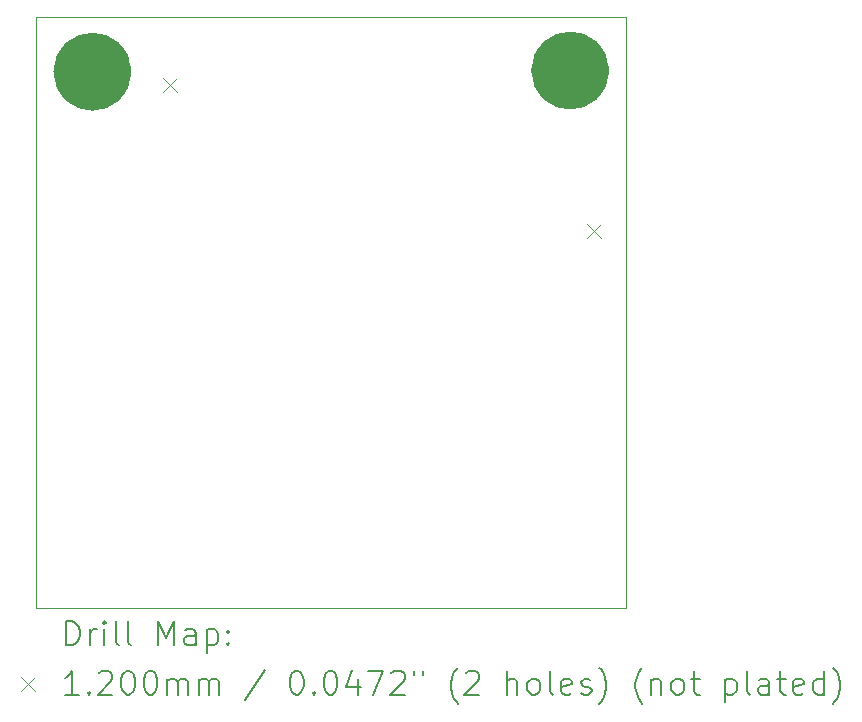
<source format=gbr>
%TF.GenerationSoftware,KiCad,Pcbnew,8.0.4-8.0.4-0~ubuntu24.04.1*%
%TF.CreationDate,2024-07-22T10:29:46+03:00*%
%TF.ProjectId,stripe_board,73747269-7065-45f6-926f-6172642e6b69,rev?*%
%TF.SameCoordinates,Original*%
%TF.FileFunction,Drillmap*%
%TF.FilePolarity,Positive*%
%FSLAX45Y45*%
G04 Gerber Fmt 4.5, Leading zero omitted, Abs format (unit mm)*
G04 Created by KiCad (PCBNEW 8.0.4-8.0.4-0~ubuntu24.04.1) date 2024-07-22 10:29:46*
%MOMM*%
%LPD*%
G01*
G04 APERTURE LIST*
%ADD10C,3.301562*%
%ADD11C,0.050000*%
%ADD12C,0.200000*%
%ADD13C,0.120000*%
G04 APERTURE END LIST*
D10*
X185078Y20000D02*
G75*
G02*
X-145078Y20000I-165078J0D01*
G01*
X-145078Y20000D02*
G75*
G02*
X185078Y20000I165078J0D01*
G01*
X4229980Y29967D02*
G75*
G02*
X3899823Y29967I-165078J0D01*
G01*
X3899823Y29967D02*
G75*
G02*
X4229980Y29967I165078J0D01*
G01*
D11*
X-460098Y479967D02*
X4539902Y479967D01*
X4539902Y-4520033D01*
X-460098Y-4520033D01*
X-460098Y479967D01*
D12*
D13*
X619902Y-35033D02*
X739901Y-155033D01*
X739901Y-35033D02*
X619902Y-155033D01*
X4204902Y-1270033D02*
X4324902Y-1390033D01*
X4324902Y-1270033D02*
X4204902Y-1390033D01*
D12*
X-201822Y-4834017D02*
X-201822Y-4634017D01*
X-201822Y-4634017D02*
X-154203Y-4634017D01*
X-154203Y-4634017D02*
X-125631Y-4643541D01*
X-125631Y-4643541D02*
X-106583Y-4662588D01*
X-106583Y-4662588D02*
X-97060Y-4681636D01*
X-97060Y-4681636D02*
X-87536Y-4719731D01*
X-87536Y-4719731D02*
X-87536Y-4748303D01*
X-87536Y-4748303D02*
X-97060Y-4786398D01*
X-97060Y-4786398D02*
X-106583Y-4805445D01*
X-106583Y-4805445D02*
X-125631Y-4824493D01*
X-125631Y-4824493D02*
X-154203Y-4834017D01*
X-154203Y-4834017D02*
X-201822Y-4834017D01*
X-1822Y-4834017D02*
X-1822Y-4700683D01*
X-1822Y-4738779D02*
X7702Y-4719731D01*
X7702Y-4719731D02*
X17226Y-4710207D01*
X17226Y-4710207D02*
X36274Y-4700683D01*
X36274Y-4700683D02*
X55321Y-4700683D01*
X121988Y-4834017D02*
X121988Y-4700683D01*
X121988Y-4634017D02*
X112464Y-4643541D01*
X112464Y-4643541D02*
X121988Y-4653064D01*
X121988Y-4653064D02*
X131512Y-4643541D01*
X131512Y-4643541D02*
X121988Y-4634017D01*
X121988Y-4634017D02*
X121988Y-4653064D01*
X245797Y-4834017D02*
X226750Y-4824493D01*
X226750Y-4824493D02*
X217226Y-4805445D01*
X217226Y-4805445D02*
X217226Y-4634017D01*
X350559Y-4834017D02*
X331512Y-4824493D01*
X331512Y-4824493D02*
X321988Y-4805445D01*
X321988Y-4805445D02*
X321988Y-4634017D01*
X579131Y-4834017D02*
X579131Y-4634017D01*
X579131Y-4634017D02*
X645797Y-4776874D01*
X645797Y-4776874D02*
X712464Y-4634017D01*
X712464Y-4634017D02*
X712464Y-4834017D01*
X893416Y-4834017D02*
X893416Y-4729255D01*
X893416Y-4729255D02*
X883893Y-4710207D01*
X883893Y-4710207D02*
X864845Y-4700683D01*
X864845Y-4700683D02*
X826750Y-4700683D01*
X826750Y-4700683D02*
X807702Y-4710207D01*
X893416Y-4824493D02*
X874369Y-4834017D01*
X874369Y-4834017D02*
X826750Y-4834017D01*
X826750Y-4834017D02*
X807702Y-4824493D01*
X807702Y-4824493D02*
X798178Y-4805445D01*
X798178Y-4805445D02*
X798178Y-4786398D01*
X798178Y-4786398D02*
X807702Y-4767350D01*
X807702Y-4767350D02*
X826750Y-4757826D01*
X826750Y-4757826D02*
X874369Y-4757826D01*
X874369Y-4757826D02*
X893416Y-4748303D01*
X988654Y-4700683D02*
X988654Y-4900683D01*
X988654Y-4710207D02*
X1007702Y-4700683D01*
X1007702Y-4700683D02*
X1045797Y-4700683D01*
X1045797Y-4700683D02*
X1064845Y-4710207D01*
X1064845Y-4710207D02*
X1074369Y-4719731D01*
X1074369Y-4719731D02*
X1083893Y-4738779D01*
X1083893Y-4738779D02*
X1083893Y-4795922D01*
X1083893Y-4795922D02*
X1074369Y-4814969D01*
X1074369Y-4814969D02*
X1064845Y-4824493D01*
X1064845Y-4824493D02*
X1045797Y-4834017D01*
X1045797Y-4834017D02*
X1007702Y-4834017D01*
X1007702Y-4834017D02*
X988654Y-4824493D01*
X1169607Y-4814969D02*
X1179131Y-4824493D01*
X1179131Y-4824493D02*
X1169607Y-4834017D01*
X1169607Y-4834017D02*
X1160083Y-4824493D01*
X1160083Y-4824493D02*
X1169607Y-4814969D01*
X1169607Y-4814969D02*
X1169607Y-4834017D01*
X1169607Y-4710207D02*
X1179131Y-4719731D01*
X1179131Y-4719731D02*
X1169607Y-4729255D01*
X1169607Y-4729255D02*
X1160083Y-4719731D01*
X1160083Y-4719731D02*
X1169607Y-4710207D01*
X1169607Y-4710207D02*
X1169607Y-4729255D01*
D13*
X-582599Y-5102533D02*
X-462598Y-5222533D01*
X-462598Y-5102533D02*
X-582599Y-5222533D01*
D12*
X-97060Y-5254017D02*
X-211345Y-5254017D01*
X-154203Y-5254017D02*
X-154203Y-5054017D01*
X-154203Y-5054017D02*
X-173250Y-5082588D01*
X-173250Y-5082588D02*
X-192298Y-5101636D01*
X-192298Y-5101636D02*
X-211345Y-5111160D01*
X-11345Y-5234969D02*
X-1822Y-5244493D01*
X-1822Y-5244493D02*
X-11345Y-5254017D01*
X-11345Y-5254017D02*
X-20869Y-5244493D01*
X-20869Y-5244493D02*
X-11345Y-5234969D01*
X-11345Y-5234969D02*
X-11345Y-5254017D01*
X74369Y-5073064D02*
X83893Y-5063541D01*
X83893Y-5063541D02*
X102940Y-5054017D01*
X102940Y-5054017D02*
X150559Y-5054017D01*
X150559Y-5054017D02*
X169607Y-5063541D01*
X169607Y-5063541D02*
X179131Y-5073064D01*
X179131Y-5073064D02*
X188654Y-5092112D01*
X188654Y-5092112D02*
X188654Y-5111160D01*
X188654Y-5111160D02*
X179131Y-5139731D01*
X179131Y-5139731D02*
X64845Y-5254017D01*
X64845Y-5254017D02*
X188654Y-5254017D01*
X312464Y-5054017D02*
X331512Y-5054017D01*
X331512Y-5054017D02*
X350559Y-5063541D01*
X350559Y-5063541D02*
X360083Y-5073064D01*
X360083Y-5073064D02*
X369607Y-5092112D01*
X369607Y-5092112D02*
X379131Y-5130207D01*
X379131Y-5130207D02*
X379131Y-5177826D01*
X379131Y-5177826D02*
X369607Y-5215922D01*
X369607Y-5215922D02*
X360083Y-5234969D01*
X360083Y-5234969D02*
X350559Y-5244493D01*
X350559Y-5244493D02*
X331512Y-5254017D01*
X331512Y-5254017D02*
X312464Y-5254017D01*
X312464Y-5254017D02*
X293416Y-5244493D01*
X293416Y-5244493D02*
X283893Y-5234969D01*
X283893Y-5234969D02*
X274369Y-5215922D01*
X274369Y-5215922D02*
X264845Y-5177826D01*
X264845Y-5177826D02*
X264845Y-5130207D01*
X264845Y-5130207D02*
X274369Y-5092112D01*
X274369Y-5092112D02*
X283893Y-5073064D01*
X283893Y-5073064D02*
X293416Y-5063541D01*
X293416Y-5063541D02*
X312464Y-5054017D01*
X502940Y-5054017D02*
X521988Y-5054017D01*
X521988Y-5054017D02*
X541036Y-5063541D01*
X541036Y-5063541D02*
X550559Y-5073064D01*
X550559Y-5073064D02*
X560083Y-5092112D01*
X560083Y-5092112D02*
X569607Y-5130207D01*
X569607Y-5130207D02*
X569607Y-5177826D01*
X569607Y-5177826D02*
X560083Y-5215922D01*
X560083Y-5215922D02*
X550559Y-5234969D01*
X550559Y-5234969D02*
X541036Y-5244493D01*
X541036Y-5244493D02*
X521988Y-5254017D01*
X521988Y-5254017D02*
X502940Y-5254017D01*
X502940Y-5254017D02*
X483893Y-5244493D01*
X483893Y-5244493D02*
X474369Y-5234969D01*
X474369Y-5234969D02*
X464845Y-5215922D01*
X464845Y-5215922D02*
X455321Y-5177826D01*
X455321Y-5177826D02*
X455321Y-5130207D01*
X455321Y-5130207D02*
X464845Y-5092112D01*
X464845Y-5092112D02*
X474369Y-5073064D01*
X474369Y-5073064D02*
X483893Y-5063541D01*
X483893Y-5063541D02*
X502940Y-5054017D01*
X655321Y-5254017D02*
X655321Y-5120683D01*
X655321Y-5139731D02*
X664845Y-5130207D01*
X664845Y-5130207D02*
X683893Y-5120683D01*
X683893Y-5120683D02*
X712464Y-5120683D01*
X712464Y-5120683D02*
X731512Y-5130207D01*
X731512Y-5130207D02*
X741035Y-5149255D01*
X741035Y-5149255D02*
X741035Y-5254017D01*
X741035Y-5149255D02*
X750559Y-5130207D01*
X750559Y-5130207D02*
X769607Y-5120683D01*
X769607Y-5120683D02*
X798178Y-5120683D01*
X798178Y-5120683D02*
X817226Y-5130207D01*
X817226Y-5130207D02*
X826750Y-5149255D01*
X826750Y-5149255D02*
X826750Y-5254017D01*
X921988Y-5254017D02*
X921988Y-5120683D01*
X921988Y-5139731D02*
X931512Y-5130207D01*
X931512Y-5130207D02*
X950559Y-5120683D01*
X950559Y-5120683D02*
X979131Y-5120683D01*
X979131Y-5120683D02*
X998178Y-5130207D01*
X998178Y-5130207D02*
X1007702Y-5149255D01*
X1007702Y-5149255D02*
X1007702Y-5254017D01*
X1007702Y-5149255D02*
X1017226Y-5130207D01*
X1017226Y-5130207D02*
X1036274Y-5120683D01*
X1036274Y-5120683D02*
X1064845Y-5120683D01*
X1064845Y-5120683D02*
X1083893Y-5130207D01*
X1083893Y-5130207D02*
X1093417Y-5149255D01*
X1093417Y-5149255D02*
X1093417Y-5254017D01*
X1483893Y-5044493D02*
X1312464Y-5301636D01*
X1741036Y-5054017D02*
X1760083Y-5054017D01*
X1760083Y-5054017D02*
X1779131Y-5063541D01*
X1779131Y-5063541D02*
X1788655Y-5073064D01*
X1788655Y-5073064D02*
X1798178Y-5092112D01*
X1798178Y-5092112D02*
X1807702Y-5130207D01*
X1807702Y-5130207D02*
X1807702Y-5177826D01*
X1807702Y-5177826D02*
X1798178Y-5215922D01*
X1798178Y-5215922D02*
X1788655Y-5234969D01*
X1788655Y-5234969D02*
X1779131Y-5244493D01*
X1779131Y-5244493D02*
X1760083Y-5254017D01*
X1760083Y-5254017D02*
X1741036Y-5254017D01*
X1741036Y-5254017D02*
X1721988Y-5244493D01*
X1721988Y-5244493D02*
X1712464Y-5234969D01*
X1712464Y-5234969D02*
X1702940Y-5215922D01*
X1702940Y-5215922D02*
X1693417Y-5177826D01*
X1693417Y-5177826D02*
X1693417Y-5130207D01*
X1693417Y-5130207D02*
X1702940Y-5092112D01*
X1702940Y-5092112D02*
X1712464Y-5073064D01*
X1712464Y-5073064D02*
X1721988Y-5063541D01*
X1721988Y-5063541D02*
X1741036Y-5054017D01*
X1893417Y-5234969D02*
X1902940Y-5244493D01*
X1902940Y-5244493D02*
X1893417Y-5254017D01*
X1893417Y-5254017D02*
X1883893Y-5244493D01*
X1883893Y-5244493D02*
X1893417Y-5234969D01*
X1893417Y-5234969D02*
X1893417Y-5254017D01*
X2026750Y-5054017D02*
X2045798Y-5054017D01*
X2045798Y-5054017D02*
X2064845Y-5063541D01*
X2064845Y-5063541D02*
X2074369Y-5073064D01*
X2074369Y-5073064D02*
X2083893Y-5092112D01*
X2083893Y-5092112D02*
X2093417Y-5130207D01*
X2093417Y-5130207D02*
X2093417Y-5177826D01*
X2093417Y-5177826D02*
X2083893Y-5215922D01*
X2083893Y-5215922D02*
X2074369Y-5234969D01*
X2074369Y-5234969D02*
X2064845Y-5244493D01*
X2064845Y-5244493D02*
X2045798Y-5254017D01*
X2045798Y-5254017D02*
X2026750Y-5254017D01*
X2026750Y-5254017D02*
X2007702Y-5244493D01*
X2007702Y-5244493D02*
X1998178Y-5234969D01*
X1998178Y-5234969D02*
X1988655Y-5215922D01*
X1988655Y-5215922D02*
X1979131Y-5177826D01*
X1979131Y-5177826D02*
X1979131Y-5130207D01*
X1979131Y-5130207D02*
X1988655Y-5092112D01*
X1988655Y-5092112D02*
X1998178Y-5073064D01*
X1998178Y-5073064D02*
X2007702Y-5063541D01*
X2007702Y-5063541D02*
X2026750Y-5054017D01*
X2264845Y-5120683D02*
X2264845Y-5254017D01*
X2217226Y-5044493D02*
X2169607Y-5187350D01*
X2169607Y-5187350D02*
X2293417Y-5187350D01*
X2350560Y-5054017D02*
X2483893Y-5054017D01*
X2483893Y-5054017D02*
X2398179Y-5254017D01*
X2550560Y-5073064D02*
X2560083Y-5063541D01*
X2560083Y-5063541D02*
X2579131Y-5054017D01*
X2579131Y-5054017D02*
X2626750Y-5054017D01*
X2626750Y-5054017D02*
X2645798Y-5063541D01*
X2645798Y-5063541D02*
X2655321Y-5073064D01*
X2655321Y-5073064D02*
X2664845Y-5092112D01*
X2664845Y-5092112D02*
X2664845Y-5111160D01*
X2664845Y-5111160D02*
X2655321Y-5139731D01*
X2655321Y-5139731D02*
X2541036Y-5254017D01*
X2541036Y-5254017D02*
X2664845Y-5254017D01*
X2741036Y-5054017D02*
X2741036Y-5092112D01*
X2817226Y-5054017D02*
X2817226Y-5092112D01*
X3112464Y-5330207D02*
X3102940Y-5320683D01*
X3102940Y-5320683D02*
X3083893Y-5292112D01*
X3083893Y-5292112D02*
X3074369Y-5273064D01*
X3074369Y-5273064D02*
X3064845Y-5244493D01*
X3064845Y-5244493D02*
X3055321Y-5196874D01*
X3055321Y-5196874D02*
X3055321Y-5158779D01*
X3055321Y-5158779D02*
X3064845Y-5111160D01*
X3064845Y-5111160D02*
X3074369Y-5082588D01*
X3074369Y-5082588D02*
X3083893Y-5063541D01*
X3083893Y-5063541D02*
X3102940Y-5034969D01*
X3102940Y-5034969D02*
X3112464Y-5025445D01*
X3179131Y-5073064D02*
X3188655Y-5063541D01*
X3188655Y-5063541D02*
X3207702Y-5054017D01*
X3207702Y-5054017D02*
X3255321Y-5054017D01*
X3255321Y-5054017D02*
X3274369Y-5063541D01*
X3274369Y-5063541D02*
X3283893Y-5073064D01*
X3283893Y-5073064D02*
X3293417Y-5092112D01*
X3293417Y-5092112D02*
X3293417Y-5111160D01*
X3293417Y-5111160D02*
X3283893Y-5139731D01*
X3283893Y-5139731D02*
X3169607Y-5254017D01*
X3169607Y-5254017D02*
X3293417Y-5254017D01*
X3531512Y-5254017D02*
X3531512Y-5054017D01*
X3617226Y-5254017D02*
X3617226Y-5149255D01*
X3617226Y-5149255D02*
X3607702Y-5130207D01*
X3607702Y-5130207D02*
X3588655Y-5120683D01*
X3588655Y-5120683D02*
X3560083Y-5120683D01*
X3560083Y-5120683D02*
X3541036Y-5130207D01*
X3541036Y-5130207D02*
X3531512Y-5139731D01*
X3741036Y-5254017D02*
X3721988Y-5244493D01*
X3721988Y-5244493D02*
X3712464Y-5234969D01*
X3712464Y-5234969D02*
X3702941Y-5215922D01*
X3702941Y-5215922D02*
X3702941Y-5158779D01*
X3702941Y-5158779D02*
X3712464Y-5139731D01*
X3712464Y-5139731D02*
X3721988Y-5130207D01*
X3721988Y-5130207D02*
X3741036Y-5120683D01*
X3741036Y-5120683D02*
X3769607Y-5120683D01*
X3769607Y-5120683D02*
X3788655Y-5130207D01*
X3788655Y-5130207D02*
X3798179Y-5139731D01*
X3798179Y-5139731D02*
X3807702Y-5158779D01*
X3807702Y-5158779D02*
X3807702Y-5215922D01*
X3807702Y-5215922D02*
X3798179Y-5234969D01*
X3798179Y-5234969D02*
X3788655Y-5244493D01*
X3788655Y-5244493D02*
X3769607Y-5254017D01*
X3769607Y-5254017D02*
X3741036Y-5254017D01*
X3921988Y-5254017D02*
X3902941Y-5244493D01*
X3902941Y-5244493D02*
X3893417Y-5225445D01*
X3893417Y-5225445D02*
X3893417Y-5054017D01*
X4074369Y-5244493D02*
X4055322Y-5254017D01*
X4055322Y-5254017D02*
X4017226Y-5254017D01*
X4017226Y-5254017D02*
X3998179Y-5244493D01*
X3998179Y-5244493D02*
X3988655Y-5225445D01*
X3988655Y-5225445D02*
X3988655Y-5149255D01*
X3988655Y-5149255D02*
X3998179Y-5130207D01*
X3998179Y-5130207D02*
X4017226Y-5120683D01*
X4017226Y-5120683D02*
X4055322Y-5120683D01*
X4055322Y-5120683D02*
X4074369Y-5130207D01*
X4074369Y-5130207D02*
X4083893Y-5149255D01*
X4083893Y-5149255D02*
X4083893Y-5168303D01*
X4083893Y-5168303D02*
X3988655Y-5187350D01*
X4160083Y-5244493D02*
X4179131Y-5254017D01*
X4179131Y-5254017D02*
X4217226Y-5254017D01*
X4217226Y-5254017D02*
X4236274Y-5244493D01*
X4236274Y-5244493D02*
X4245798Y-5225445D01*
X4245798Y-5225445D02*
X4245798Y-5215922D01*
X4245798Y-5215922D02*
X4236274Y-5196874D01*
X4236274Y-5196874D02*
X4217226Y-5187350D01*
X4217226Y-5187350D02*
X4188655Y-5187350D01*
X4188655Y-5187350D02*
X4169607Y-5177826D01*
X4169607Y-5177826D02*
X4160083Y-5158779D01*
X4160083Y-5158779D02*
X4160083Y-5149255D01*
X4160083Y-5149255D02*
X4169607Y-5130207D01*
X4169607Y-5130207D02*
X4188655Y-5120683D01*
X4188655Y-5120683D02*
X4217226Y-5120683D01*
X4217226Y-5120683D02*
X4236274Y-5130207D01*
X4312465Y-5330207D02*
X4321988Y-5320683D01*
X4321988Y-5320683D02*
X4341036Y-5292112D01*
X4341036Y-5292112D02*
X4350560Y-5273064D01*
X4350560Y-5273064D02*
X4360084Y-5244493D01*
X4360084Y-5244493D02*
X4369607Y-5196874D01*
X4369607Y-5196874D02*
X4369607Y-5158779D01*
X4369607Y-5158779D02*
X4360084Y-5111160D01*
X4360084Y-5111160D02*
X4350560Y-5082588D01*
X4350560Y-5082588D02*
X4341036Y-5063541D01*
X4341036Y-5063541D02*
X4321988Y-5034969D01*
X4321988Y-5034969D02*
X4312465Y-5025445D01*
X4674369Y-5330207D02*
X4664845Y-5320683D01*
X4664845Y-5320683D02*
X4645798Y-5292112D01*
X4645798Y-5292112D02*
X4636274Y-5273064D01*
X4636274Y-5273064D02*
X4626750Y-5244493D01*
X4626750Y-5244493D02*
X4617226Y-5196874D01*
X4617226Y-5196874D02*
X4617226Y-5158779D01*
X4617226Y-5158779D02*
X4626750Y-5111160D01*
X4626750Y-5111160D02*
X4636274Y-5082588D01*
X4636274Y-5082588D02*
X4645798Y-5063541D01*
X4645798Y-5063541D02*
X4664845Y-5034969D01*
X4664845Y-5034969D02*
X4674369Y-5025445D01*
X4750560Y-5120683D02*
X4750560Y-5254017D01*
X4750560Y-5139731D02*
X4760084Y-5130207D01*
X4760084Y-5130207D02*
X4779131Y-5120683D01*
X4779131Y-5120683D02*
X4807703Y-5120683D01*
X4807703Y-5120683D02*
X4826750Y-5130207D01*
X4826750Y-5130207D02*
X4836274Y-5149255D01*
X4836274Y-5149255D02*
X4836274Y-5254017D01*
X4960084Y-5254017D02*
X4941036Y-5244493D01*
X4941036Y-5244493D02*
X4931512Y-5234969D01*
X4931512Y-5234969D02*
X4921988Y-5215922D01*
X4921988Y-5215922D02*
X4921988Y-5158779D01*
X4921988Y-5158779D02*
X4931512Y-5139731D01*
X4931512Y-5139731D02*
X4941036Y-5130207D01*
X4941036Y-5130207D02*
X4960084Y-5120683D01*
X4960084Y-5120683D02*
X4988655Y-5120683D01*
X4988655Y-5120683D02*
X5007703Y-5130207D01*
X5007703Y-5130207D02*
X5017226Y-5139731D01*
X5017226Y-5139731D02*
X5026750Y-5158779D01*
X5026750Y-5158779D02*
X5026750Y-5215922D01*
X5026750Y-5215922D02*
X5017226Y-5234969D01*
X5017226Y-5234969D02*
X5007703Y-5244493D01*
X5007703Y-5244493D02*
X4988655Y-5254017D01*
X4988655Y-5254017D02*
X4960084Y-5254017D01*
X5083893Y-5120683D02*
X5160084Y-5120683D01*
X5112465Y-5054017D02*
X5112465Y-5225445D01*
X5112465Y-5225445D02*
X5121988Y-5244493D01*
X5121988Y-5244493D02*
X5141036Y-5254017D01*
X5141036Y-5254017D02*
X5160084Y-5254017D01*
X5379131Y-5120683D02*
X5379131Y-5320683D01*
X5379131Y-5130207D02*
X5398179Y-5120683D01*
X5398179Y-5120683D02*
X5436274Y-5120683D01*
X5436274Y-5120683D02*
X5455322Y-5130207D01*
X5455322Y-5130207D02*
X5464846Y-5139731D01*
X5464846Y-5139731D02*
X5474369Y-5158779D01*
X5474369Y-5158779D02*
X5474369Y-5215922D01*
X5474369Y-5215922D02*
X5464846Y-5234969D01*
X5464846Y-5234969D02*
X5455322Y-5244493D01*
X5455322Y-5244493D02*
X5436274Y-5254017D01*
X5436274Y-5254017D02*
X5398179Y-5254017D01*
X5398179Y-5254017D02*
X5379131Y-5244493D01*
X5588655Y-5254017D02*
X5569607Y-5244493D01*
X5569607Y-5244493D02*
X5560084Y-5225445D01*
X5560084Y-5225445D02*
X5560084Y-5054017D01*
X5750560Y-5254017D02*
X5750560Y-5149255D01*
X5750560Y-5149255D02*
X5741036Y-5130207D01*
X5741036Y-5130207D02*
X5721988Y-5120683D01*
X5721988Y-5120683D02*
X5683893Y-5120683D01*
X5683893Y-5120683D02*
X5664845Y-5130207D01*
X5750560Y-5244493D02*
X5731512Y-5254017D01*
X5731512Y-5254017D02*
X5683893Y-5254017D01*
X5683893Y-5254017D02*
X5664845Y-5244493D01*
X5664845Y-5244493D02*
X5655322Y-5225445D01*
X5655322Y-5225445D02*
X5655322Y-5206398D01*
X5655322Y-5206398D02*
X5664845Y-5187350D01*
X5664845Y-5187350D02*
X5683893Y-5177826D01*
X5683893Y-5177826D02*
X5731512Y-5177826D01*
X5731512Y-5177826D02*
X5750560Y-5168303D01*
X5817226Y-5120683D02*
X5893417Y-5120683D01*
X5845798Y-5054017D02*
X5845798Y-5225445D01*
X5845798Y-5225445D02*
X5855322Y-5244493D01*
X5855322Y-5244493D02*
X5874369Y-5254017D01*
X5874369Y-5254017D02*
X5893417Y-5254017D01*
X6036274Y-5244493D02*
X6017226Y-5254017D01*
X6017226Y-5254017D02*
X5979131Y-5254017D01*
X5979131Y-5254017D02*
X5960084Y-5244493D01*
X5960084Y-5244493D02*
X5950560Y-5225445D01*
X5950560Y-5225445D02*
X5950560Y-5149255D01*
X5950560Y-5149255D02*
X5960084Y-5130207D01*
X5960084Y-5130207D02*
X5979131Y-5120683D01*
X5979131Y-5120683D02*
X6017226Y-5120683D01*
X6017226Y-5120683D02*
X6036274Y-5130207D01*
X6036274Y-5130207D02*
X6045798Y-5149255D01*
X6045798Y-5149255D02*
X6045798Y-5168303D01*
X6045798Y-5168303D02*
X5950560Y-5187350D01*
X6217226Y-5254017D02*
X6217226Y-5054017D01*
X6217226Y-5244493D02*
X6198179Y-5254017D01*
X6198179Y-5254017D02*
X6160084Y-5254017D01*
X6160084Y-5254017D02*
X6141036Y-5244493D01*
X6141036Y-5244493D02*
X6131512Y-5234969D01*
X6131512Y-5234969D02*
X6121988Y-5215922D01*
X6121988Y-5215922D02*
X6121988Y-5158779D01*
X6121988Y-5158779D02*
X6131512Y-5139731D01*
X6131512Y-5139731D02*
X6141036Y-5130207D01*
X6141036Y-5130207D02*
X6160084Y-5120683D01*
X6160084Y-5120683D02*
X6198179Y-5120683D01*
X6198179Y-5120683D02*
X6217226Y-5130207D01*
X6293417Y-5330207D02*
X6302941Y-5320683D01*
X6302941Y-5320683D02*
X6321988Y-5292112D01*
X6321988Y-5292112D02*
X6331512Y-5273064D01*
X6331512Y-5273064D02*
X6341036Y-5244493D01*
X6341036Y-5244493D02*
X6350560Y-5196874D01*
X6350560Y-5196874D02*
X6350560Y-5158779D01*
X6350560Y-5158779D02*
X6341036Y-5111160D01*
X6341036Y-5111160D02*
X6331512Y-5082588D01*
X6331512Y-5082588D02*
X6321988Y-5063541D01*
X6321988Y-5063541D02*
X6302941Y-5034969D01*
X6302941Y-5034969D02*
X6293417Y-5025445D01*
M02*

</source>
